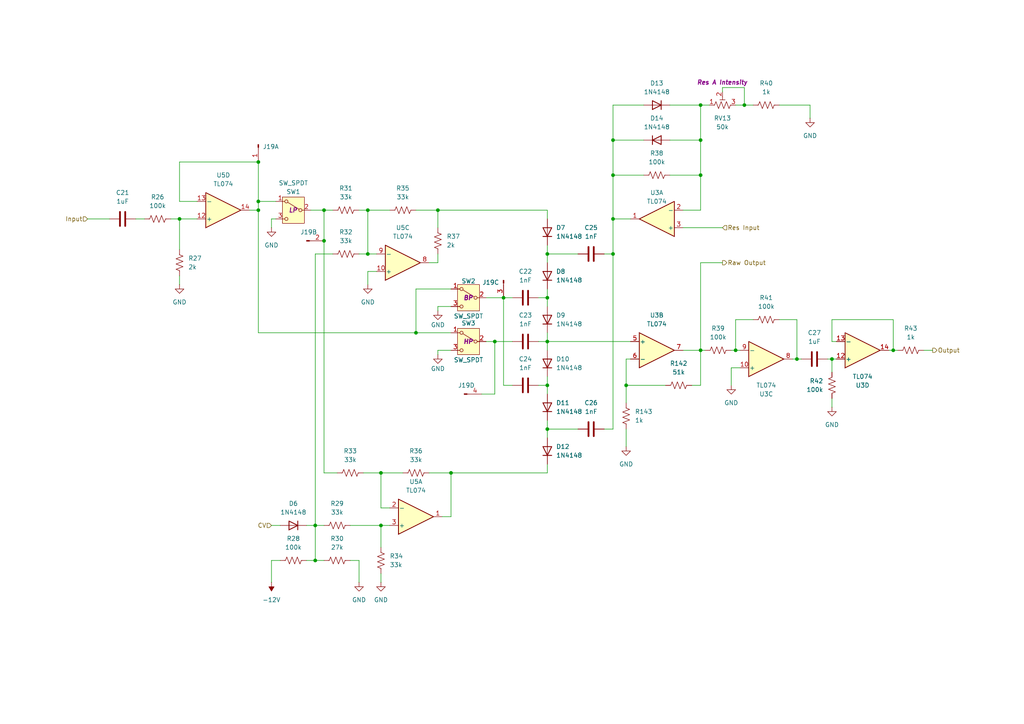
<source format=kicad_sch>
(kicad_sch (version 20250114) (generator "eeschema") (generator_version "9.0")
  (paper "A4")
  (title_block (company "DMH Instruments") (comment 1 "PCB for 15cm Kosmo format synthesizer module"))
  (lib_symbols
    (symbol "Amplifier_Operational:TL074" (pin_names (offset 0.127))
      (property "Reference" "U" (at 0 5.08 0))
      (property "Value" "TL074" (at 0 -5.08 0))
      (symbol "TL074_1_1"
        (polyline (pts (xy -5.08 5.08) (xy 5.08 0) (xy -5.08 -5.08) (xy -5.08 5.08)) (stroke (width 0.254)) (fill (type background)))
        (pin input line (at -7.62 2.54 0) (length 2.54) (name "+") (number "3"))
        (pin input line (at -7.62 -2.54 0) (length 2.54) (name "-") (number "2"))
        (pin output line (at 7.62 0 180) (length 2.54) (name "~") (number "1"))
      )
      (symbol "TL074_2_1"
        (polyline (pts (xy -5.08 5.08) (xy 5.08 0) (xy -5.08 -5.08) (xy -5.08 5.08)) (stroke (width 0.254)) (fill (type background)))
        (pin input line (at -7.62 2.54 0) (length 2.54) (name "+") (number "5"))
        (pin input line (at -7.62 -2.54 0) (length 2.54) (name "-") (number "6"))
        (pin output line (at 7.62 0 180) (length 2.54) (name "~") (number "7"))
      )
      (symbol "TL074_3_1"
        (polyline (pts (xy -5.08 5.08) (xy 5.08 0) (xy -5.08 -5.08) (xy -5.08 5.08)) (stroke (width 0.254)) (fill (type background)))
        (pin input line (at -7.62 2.54 0) (length 2.54) (name "+") (number "10"))
        (pin input line (at -7.62 -2.54 0) (length 2.54) (name "-") (number "9"))
        (pin output line (at 7.62 0 180) (length 2.54) (name "~") (number "8"))
      )
      (symbol "TL074_4_1"
        (polyline (pts (xy -5.08 5.08) (xy 5.08 0) (xy -5.08 -5.08) (xy -5.08 5.08)) (stroke (width 0.254)) (fill (type background)))
        (pin input line (at -7.62 2.54 0) (length 2.54) (name "+") (number "12"))
        (pin input line (at -7.62 -2.54 0) (length 2.54) (name "-") (number "13"))
        (pin output line (at 7.62 0 180) (length 2.54) (name "~") (number "14"))
      )
      (symbol "TL074_5_1"
        (pin power_in line (at -2.54 7.62 270) (length 3.81) (name "V+") (number "4"))
        (pin power_in line (at -2.54 -7.62 90) (length 3.81) (name "V-") (number "11"))
      )
    )
    (symbol "Device:C" (pin_numbers (hide yes)) (pin_names (offset 0.254))
      (property "Reference" "C" (at 0.635 2.54 0))
      (property "Value" "C" (at 0.635 -2.54 0))
      (symbol "C_0_1"
        (polyline (pts (xy -2.032 0.762) (xy 2.032 0.762)) (stroke (width 0.508)))
        (polyline (pts (xy -2.032 -0.762) (xy 2.032 -0.762)) (stroke (width 0.508)))
      )
      (symbol "C_1_1"
        (pin passive line (at 0 3.81 270) (length 2.794) (name "~") (number "1"))
        (pin passive line (at 0 -3.81 90) (length 2.794) (name "~") (number "2"))
      )
    )
    (symbol "Device:R_Potentiometer_Trim_US" (pin_names (offset 1.016) (hide yes))
      (property "Reference" "RV" (at -4.445 0 90))
      (property "Value" "R_Potentiometer_Trim_US" (at -2.54 0 90))
      (symbol "R_Potentiometer_Trim_US_0_1"
        (polyline (pts (xy 0 2.286) (xy 0 2.54)))
        (polyline (pts (xy 0 2.286) (xy 1.016 1.905) (xy 0 1.524) (xy -1.016 1.143) (xy 0 0.762)))
        (polyline (pts (xy 0 0.762) (xy 1.016 0.381) (xy 0 0) (xy -1.016 -0.381) (xy 0 -0.762)))
        (polyline (pts (xy 0 -0.762) (xy 1.016 -1.143) (xy 0 -1.524) (xy -1.016 -1.905) (xy 0 -2.286)))
        (polyline (pts (xy 0 -2.286) (xy 0 -2.54)))
        (polyline (pts (xy 1.524 0.762) (xy 1.524 -0.762)))
        (polyline (pts (xy 2.54 0) (xy 1.524 0)))
      )
      (symbol "R_Potentiometer_Trim_US_1_1"
        (pin passive line (at 0 3.81 270) (length 1.27) (name "1") (number "1"))
        (pin passive line (at 0 -3.81 90) (length 1.27) (name "3") (number "3"))
        (pin passive line (at 3.81 0 180) (length 1.27) (name "2") (number "2"))
      )
    )
    (symbol "Device:R_US" (pin_numbers (hide yes)) (pin_names (offset 0))
      (property "Reference" "R" (at 2.54 0 90))
      (property "Value" "R_US" (at -2.54 0 90))
      (symbol "R_US_0_1"
        (polyline (pts (xy 0 2.286) (xy 0 2.54)))
        (polyline (pts (xy 0 2.286) (xy 1.016 1.905) (xy 0 1.524) (xy -1.016 1.143) (xy 0 0.762)))
        (polyline (pts (xy 0 0.762) (xy 1.016 0.381) (xy 0 0) (xy -1.016 -0.381) (xy 0 -0.762)))
        (polyline (pts (xy 0 -0.762) (xy 1.016 -1.143) (xy 0 -1.524) (xy -1.016 -1.905) (xy 0 -2.286)))
        (polyline (pts (xy 0 -2.286) (xy 0 -2.54)))
      )
      (symbol "R_US_1_1"
        (pin passive line (at 0 3.81 270) (length 1.27) (name "~") (number "1"))
        (pin passive line (at 0 -3.81 90) (length 1.27) (name "~") (number "2"))
      )
    )
    (symbol "Diode:1N4148" (pin_numbers (hide yes)) (pin_names (hide yes))
      (property "Reference" "D" (at 0 2.54 0))
      (property "Value" "1N4148" (at 0 -2.54 0))
      (symbol "1N4148_0_1"
        (polyline (pts (xy -1.27 1.27) (xy -1.27 -1.27)) (stroke (width 0.254)))
        (polyline (pts (xy 1.27 1.27) (xy 1.27 -1.27) (xy -1.27 0) (xy 1.27 1.27)) (stroke (width 0.254)))
        (polyline (pts (xy 1.27 0) (xy -1.27 0)))
      )
      (symbol "1N4148_1_1"
        (pin passive line (at -3.81 0 0) (length 2.54) (name "K") (number "1"))
        (pin passive line (at 3.81 0 180) (length 2.54) (name "A") (number "2"))
      )
    )
    (symbol "Switch:SW_SPDT" (pin_names (offset 0) (hide yes))
      (property "Reference" "SW" (at 0 5.08 0))
      (property "Value" "SW_SPDT" (at 0 -5.08 0))
      (symbol "SW_SPDT_0_1"
        (circle (center -2.032 0) (radius 0.4572))
        (polyline (pts (xy -1.651 0.254) (xy 1.651 2.286)))
        (circle (center 2.032 2.54) (radius 0.4572))
        (circle (center 2.032 -2.54) (radius 0.4572))
      )
      (symbol "SW_SPDT_1_1"
        (rectangle (start -3.175 3.81) (end 3.175 -3.81) (fill (type background)))
        (pin passive line (at -5.08 0 0) (length 2.54) (name "B") (number "2"))
        (pin passive line (at 5.08 2.54 180) (length 2.54) (name "A") (number "1"))
        (pin passive line (at 5.08 -2.54 180) (length 2.54) (name "C") (number "3"))
      )
    )
    (symbol "SynthStuff:Conn_01x04_PinHeader" (pin_names (offset 1.016) (hide yes))
      (property "Reference" "J" (at 0 2.54 0))
      (symbol "Conn_01x04_PinHeader_1_1"
        (rectangle (start 0.8636 0.127) (end 0 -0.127) (stroke (width 0.1524)) (fill (type outline)))
        (polyline (pts (xy 1.27 0) (xy 0.8636 0)) (stroke (width 0.1524)))
        (pin passive line (at 5.08 0 180) (length 3.81) (name "Pin_1") (number "1"))
      )
      (symbol "Conn_01x04_PinHeader_2_1"
        (rectangle (start 0.8636 0.127) (end 0 -0.127) (stroke (width 0.1524)) (fill (type outline)))
        (polyline (pts (xy 1.27 0) (xy 0.8636 0)) (stroke (width 0.1524)))
        (pin passive line (at 5.08 0 180) (length 3.81) (name "Pin_2") (number "2"))
      )
      (symbol "Conn_01x04_PinHeader_3_1"
        (rectangle (start 0.8636 0.127) (end 0 -0.127) (stroke (width 0.1524)) (fill (type outline)))
        (polyline (pts (xy 1.27 0) (xy 0.8636 0)) (stroke (width 0.1524)))
        (pin passive line (at 5.08 0 180) (length 3.81) (name "Pin_3") (number "3"))
      )
      (symbol "Conn_01x04_PinHeader_4_1"
        (rectangle (start 0.8636 0.127) (end 0 -0.127) (stroke (width 0.1524)) (fill (type outline)))
        (polyline (pts (xy 1.27 0) (xy 0.8636 0)) (stroke (width 0.1524)))
        (pin passive line (at 5.08 0 180) (length 3.81) (name "Pin_4") (number "4"))
      )
    )
    (symbol "power:-12V" (power) (pin_numbers (hide yes)) (pin_names (offset 0) (hide yes))
      (property "Value" "-12V" (at 0 3.556 0))
      (symbol "-12V_0_0"
        (pin power_in line (at 0 0 90) (length 0) (name "~") (number "1"))
      )
      (symbol "-12V_0_1"
        (polyline (pts (xy 0 0) (xy 0 1.27) (xy 0.762 1.27) (xy 0 2.54) (xy -0.762 1.27) (xy 0 1.27)) (fill (type outline)))
      )
    )
    (symbol "power:GND" (power) (pin_numbers (hide yes)) (pin_names (offset 0) (hide yes))
      (property "Value" "GND" (at 0 -3.81 0))
      (symbol "GND_0_1"
        (polyline (pts (xy 0 0) (xy 0 -1.27) (xy 1.27 -1.27) (xy 0 -2.54) (xy -1.27 -1.27) (xy 0 -1.27)))
      )
      (symbol "GND_1_1"
        (pin power_in line (at 0 0 270) (length 0) (name "~") (number "1"))
      )
    )
  )
  (junction (at 110.49 137.16))
  (junction (at 74.93 58.42))
  (junction (at 213.36 101.6))
  (junction (at 241.3 104.14))
  (junction (at 177.8 63.5))
  (junction (at 110.49 152.4))
  (junction (at 231.14 104.14))
  (junction (at 259.08 101.6))
  (junction (at 177.8 50.8))
  (junction (at 177.8 40.64))
  (junction (at 106.68 73.66))
  (junction (at 52.07 63.5))
  (junction (at 203.2 30.48))
  (junction (at 74.93 60.96))
  (junction (at 74.93 46.99))
  (junction (at 130.81 137.16))
  (junction (at 181.61 111.76))
  (junction (at 93.98 60.96))
  (junction (at 158.75 124.46))
  (junction (at 203.2 40.64))
  (junction (at 158.75 99.06))
  (junction (at 158.75 73.66))
  (junction (at 158.75 111.76))
  (junction (at 143.51 99.06))
  (junction (at 93.98 69.85))
  (junction (at 91.44 152.4))
  (junction (at 203.2 101.6))
  (junction (at 177.8 73.66))
  (junction (at 146.05 86.36))
  (junction (at 120.65 96.52))
  (junction (at 203.2 50.8))
  (junction (at 106.68 60.96))
  (junction (at 91.44 162.56))
  (junction (at 215.9 30.48))
  (junction (at 158.75 86.36))
  (junction (at 127 60.96))
  (wire (pts (xy 203.2 30.48) (xy 205.74 30.48)))
  (wire (pts (xy 120.65 83.82) (xy 130.81 83.82)))
  (wire (pts (xy 181.61 111.76) (xy 181.61 116.84)))
  (wire (pts (xy 78.74 162.56) (xy 78.74 168.91)))
  (wire (pts (xy 106.68 60.96) (xy 106.68 73.66)))
  (wire (pts (xy 241.3 115.57) (xy 241.3 118.11)))
  (wire (pts (xy 156.21 111.76) (xy 158.75 111.76)))
  (wire (pts (xy 106.68 73.66) (xy 109.22 73.66)))
  (wire (pts (xy 130.81 96.52) (xy 120.65 96.52)))
  (wire (pts (xy 91.44 152.4) (xy 91.44 162.56)))
  (wire (pts (xy 52.07 63.5) (xy 57.15 63.5)))
  (wire (pts (xy 186.69 50.8) (xy 177.8 50.8)))
  (wire (pts (xy 259.08 101.6) (xy 257.81 101.6)))
  (wire (pts (xy 213.36 92.71) (xy 213.36 101.6)))
  (wire (pts (xy 130.81 149.86) (xy 128.27 149.86)))
  (wire (pts (xy 158.75 96.52) (xy 158.75 99.06)))
  (wire (pts (xy 175.26 124.46) (xy 177.8 124.46)))
  (wire (pts (xy 158.75 83.82) (xy 158.75 86.36)))
  (wire (pts (xy 231.14 104.14) (xy 232.41 104.14)))
  (wire (pts (xy 209.55 25.4) (xy 215.9 25.4)))
  (wire (pts (xy 130.81 137.16) (xy 130.81 149.86)))
  (wire (pts (xy 215.9 30.48) (xy 218.44 30.48)))
  (wire (pts (xy 158.75 111.76) (xy 158.75 114.3)))
  (wire (pts (xy 109.22 78.74) (xy 106.68 78.74)))
  (wire (pts (xy 104.14 162.56) (xy 104.14 168.91)))
  (wire (pts (xy 203.2 30.48) (xy 203.2 40.64)))
  (wire (pts (xy 203.2 40.64) (xy 203.2 50.8)))
  (wire (pts (xy 80.01 63.5) (xy 78.74 63.5)))
  (wire (pts (xy 120.65 96.52) (xy 120.65 83.82)))
  (wire (pts (xy 177.8 50.8) (xy 177.8 63.5)))
  (wire (pts (xy 241.3 104.14) (xy 242.57 104.14)))
  (wire (pts (xy 52.07 58.42) (xy 57.15 58.42)))
  (wire (pts (xy 212.09 101.6) (xy 213.36 101.6)))
  (wire (pts (xy 181.61 124.46) (xy 181.61 129.54)))
  (wire (pts (xy 240.03 104.14) (xy 241.3 104.14)))
  (wire (pts (xy 259.08 101.6) (xy 260.35 101.6)))
  (wire (pts (xy 72.39 60.96) (xy 74.93 60.96)))
  (wire (pts (xy 110.49 152.4) (xy 113.03 152.4)))
  (wire (pts (xy 140.97 99.06) (xy 143.51 99.06)))
  (wire (pts (xy 120.65 60.96) (xy 127 60.96)))
  (wire (pts (xy 181.61 111.76) (xy 193.04 111.76)))
  (wire (pts (xy 167.64 73.66) (xy 158.75 73.66)))
  (wire (pts (xy 231.14 92.71) (xy 231.14 104.14)))
  (wire (pts (xy 158.75 99.06) (xy 182.88 99.06)))
  (wire (pts (xy 182.88 63.5) (xy 177.8 63.5)))
  (wire (pts (xy 198.12 101.6) (xy 203.2 101.6)))
  (wire (pts (xy 146.05 86.36) (xy 146.05 111.76)))
  (wire (pts (xy 78.74 152.4) (xy 81.28 152.4)))
  (wire (pts (xy 156.21 86.36) (xy 158.75 86.36)))
  (wire (pts (xy 52.07 46.99) (xy 52.07 58.42)))
  (wire (pts (xy 229.87 104.14) (xy 231.14 104.14)))
  (wire (pts (xy 74.93 46.99) (xy 52.07 46.99)))
  (wire (pts (xy 241.3 104.14) (xy 241.3 107.95)))
  (wire (pts (xy 93.98 60.96) (xy 96.52 60.96)))
  (wire (pts (xy 203.2 101.6) (xy 204.47 101.6)))
  (wire (pts (xy 215.9 25.4) (xy 215.9 30.48)))
  (wire (pts (xy 213.36 101.6) (xy 214.63 101.6)))
  (wire (pts (xy 139.7 114.3) (xy 143.51 114.3)))
  (wire (pts (xy 181.61 104.14) (xy 181.61 111.76)))
  (wire (pts (xy 186.69 30.48) (xy 177.8 30.48)))
  (wire (pts (xy 127 88.9) (xy 130.81 88.9)))
  (wire (pts (xy 105.41 137.16) (xy 110.49 137.16)))
  (wire (pts (xy 74.93 58.42) (xy 74.93 46.99)))
  (wire (pts (xy 110.49 152.4) (xy 110.49 158.75)))
  (wire (pts (xy 218.44 92.71) (xy 213.36 92.71)))
  (wire (pts (xy 101.6 152.4) (xy 110.49 152.4)))
  (wire (pts (xy 234.95 30.48) (xy 234.95 34.29)))
  (wire (pts (xy 81.28 162.56) (xy 78.74 162.56)))
  (wire (pts (xy 127 90.17) (xy 127 88.9)))
  (wire (pts (xy 127 60.96) (xy 127 66.04)))
  (wire (pts (xy 158.75 137.16) (xy 130.81 137.16)))
  (wire (pts (xy 146.05 111.76) (xy 148.59 111.76)))
  (wire (pts (xy 203.2 60.96) (xy 198.12 60.96)))
  (wire (pts (xy 214.63 106.68) (xy 212.09 106.68)))
  (wire (pts (xy 158.75 60.96) (xy 127 60.96)))
  (wire (pts (xy 91.44 152.4) (xy 93.98 152.4)))
  (wire (pts (xy 226.06 92.71) (xy 231.14 92.71)))
  (wire (pts (xy 127 101.6) (xy 127 102.87)))
  (wire (pts (xy 158.75 86.36) (xy 158.75 88.9)))
  (wire (pts (xy 267.97 101.6) (xy 270.51 101.6)))
  (wire (pts (xy 177.8 73.66) (xy 177.8 124.46)))
  (wire (pts (xy 213.36 30.48) (xy 215.9 30.48)))
  (wire (pts (xy 106.68 60.96) (xy 113.03 60.96)))
  (wire (pts (xy 226.06 30.48) (xy 234.95 30.48)))
  (wire (pts (xy 124.46 76.2) (xy 127 76.2)))
  (wire (pts (xy 104.14 60.96) (xy 106.68 60.96)))
  (wire (pts (xy 88.9 162.56) (xy 91.44 162.56)))
  (wire (pts (xy 140.97 86.36) (xy 146.05 86.36)))
  (wire (pts (xy 158.75 99.06) (xy 158.75 101.6)))
  (wire (pts (xy 110.49 137.16) (xy 116.84 137.16)))
  (wire (pts (xy 181.61 104.14) (xy 182.88 104.14)))
  (wire (pts (xy 91.44 162.56) (xy 93.98 162.56)))
  (wire (pts (xy 203.2 101.6) (xy 203.2 111.76)))
  (wire (pts (xy 156.21 99.06) (xy 158.75 99.06)))
  (wire (pts (xy 49.53 63.5) (xy 52.07 63.5)))
  (wire (pts (xy 242.57 99.06) (xy 241.3 99.06)))
  (wire (pts (xy 127 76.2) (xy 127 73.66)))
  (wire (pts (xy 110.49 137.16) (xy 110.49 147.32)))
  (wire (pts (xy 177.8 63.5) (xy 177.8 73.66)))
  (wire (pts (xy 194.31 30.48) (xy 203.2 30.48)))
  (wire (pts (xy 158.75 109.22) (xy 158.75 111.76)))
  (wire (pts (xy 91.44 73.66) (xy 91.44 152.4)))
  (wire (pts (xy 90.17 60.96) (xy 93.98 60.96)))
  (wire (pts (xy 96.52 73.66) (xy 91.44 73.66)))
  (wire (pts (xy 124.46 137.16) (xy 130.81 137.16)))
  (wire (pts (xy 241.3 92.71) (xy 259.08 92.71)))
  (wire (pts (xy 194.31 50.8) (xy 203.2 50.8)))
  (wire (pts (xy 175.26 73.66) (xy 177.8 73.66)))
  (wire (pts (xy 186.69 40.64) (xy 177.8 40.64)))
  (wire (pts (xy 78.74 63.5) (xy 78.74 66.04)))
  (wire (pts (xy 143.51 114.3) (xy 143.51 99.06)))
  (wire (pts (xy 74.93 96.52) (xy 120.65 96.52)))
  (wire (pts (xy 101.6 162.56) (xy 104.14 162.56)))
  (wire (pts (xy 52.07 80.01) (xy 52.07 82.55)))
  (wire (pts (xy 39.37 63.5) (xy 41.91 63.5)))
  (wire (pts (xy 158.75 63.5) (xy 158.75 60.96)))
  (wire (pts (xy 148.59 86.36) (xy 146.05 86.36)))
  (wire (pts (xy 177.8 30.48) (xy 177.8 40.64)))
  (wire (pts (xy 93.98 137.16) (xy 97.79 137.16)))
  (wire (pts (xy 177.8 40.64) (xy 177.8 50.8)))
  (wire (pts (xy 158.75 73.66) (xy 158.75 76.2)))
  (wire (pts (xy 74.93 60.96) (xy 74.93 58.42)))
  (wire (pts (xy 106.68 78.74) (xy 106.68 82.55)))
  (wire (pts (xy 110.49 166.37) (xy 110.49 168.91)))
  (wire (pts (xy 52.07 63.5) (xy 52.07 72.39)))
  (wire (pts (xy 198.12 66.04) (xy 209.55 66.04)))
  (wire (pts (xy 241.3 99.06) (xy 241.3 92.71)))
  (wire (pts (xy 200.66 111.76) (xy 203.2 111.76)))
  (wire (pts (xy 25.4 63.5) (xy 31.75 63.5)))
  (wire (pts (xy 158.75 121.92) (xy 158.75 124.46)))
  (wire (pts (xy 158.75 71.12) (xy 158.75 73.66)))
  (wire (pts (xy 259.08 92.71) (xy 259.08 101.6)))
  (wire (pts (xy 130.81 101.6) (xy 127 101.6)))
  (wire (pts (xy 104.14 73.66) (xy 106.68 73.66)))
  (wire (pts (xy 158.75 134.62) (xy 158.75 137.16)))
  (wire (pts (xy 110.49 147.32) (xy 113.03 147.32)))
  (wire (pts (xy 143.51 99.06) (xy 148.59 99.06)))
  (wire (pts (xy 158.75 124.46) (xy 158.75 127)))
  (wire (pts (xy 203.2 50.8) (xy 203.2 60.96)))
  (wire (pts (xy 74.93 60.96) (xy 74.93 96.52)))
  (wire (pts (xy 88.9 152.4) (xy 91.44 152.4)))
  (wire (pts (xy 194.31 40.64) (xy 203.2 40.64)))
  (wire (pts (xy 93.98 60.96) (xy 93.98 69.85)))
  (wire (pts (xy 93.98 69.85) (xy 93.98 137.16)))
  (wire (pts (xy 209.55 26.67) (xy 209.55 25.4)))
  (wire (pts (xy 158.75 124.46) (xy 167.64 124.46)))
  (wire (pts (xy 74.93 58.42) (xy 80.01 58.42)))
  (wire (pts (xy 203.2 76.2) (xy 209.55 76.2)))
  (wire (pts (xy 212.09 106.68) (xy 212.09 111.76)))
  (wire (pts (xy 203.2 76.2) (xy 203.2 101.6)))
  (hierarchical_label "CV" (shape input) (at 78.74 152.4 180))
  (hierarchical_label "Raw Output" (shape output) (at 209.55 76.2 0))
  (hierarchical_label "Input" (shape input) (at 25.4 63.5 180))
  (hierarchical_label "Output" (shape output) (at 270.51 101.6 0))
  (hierarchical_label "Res Input" (shape input) (at 209.55 66.04 0))
  (symbol (lib_id "Device:C") (at 152.4 111.76 90) (unit 1)
    (property "Reference" "C24" (at 152.4 104.14 90))
    (property "Value" "1nF" (at 152.4 106.68 90))
    (property "Footprint" "Capacitor_THT:C_Disc_D4.3mm_W1.9mm_P5.00mm" (effects (hide yes)))
    (property "Description" "Unpolarized capacitor" (effects (hide yes)))
  )
  (symbol (lib_id "Amplifier_Operational:TL074") (at 250.19 101.6 0) (mirror x) (unit 4)
    (property "Reference" "U3" (at 250.19 111.76 0))
    (property "Value" "TL074" (at 250.19 109.22 0))
    (property "Footprint" "Package_DIP:DIP-14_W7.62mm_Socket" (effects (hide yes)))
    (property "Datasheet" "http://www.ti.com/lit/ds/symlink/tl071.pdf" (effects (hide yes)))
    (property "Description" "Quad Low-Noise JFET-Input Operational Amplifiers, DIP-14/SOIC-14" (effects (hide yes)))
  )
  (symbol (lib_id "Diode:1N4148") (at 85.09 152.4 180) (unit 1)
    (property "Reference" "D6" (at 85.09 146.05 0))
    (property "Value" "1N4148" (at 85.09 148.59 0))
    (property "Footprint" "Diode_THT:D_DO-35_SOD27_P7.62mm_Horizontal" (effects (hide yes)))
    (property "Datasheet" "https://assets.nexperia.com/documents/data-sheet/1N4148_1N4448.pdf" (effects (hide yes)))
    (property "Description" "100V 0.15A standard switching diode, DO-35" (effects (hide yes)))
    (property "Sim.Device" "D" (effects (hide yes)))
    (property "Sim.Pins" "1=K 2=A" (effects (hide yes)))
  )
  (symbol (lib_id "Amplifier_Operational:TL074") (at 64.77 60.96 0) (mirror x) (unit 4)
    (property "Reference" "U5" (at 64.77 50.8 0))
    (property "Value" "TL074" (at 64.77 53.34 0))
    (property "Footprint" "Package_DIP:DIP-14_W7.62mm_Socket" (effects (hide yes)))
    (property "Datasheet" "http://www.ti.com/lit/ds/symlink/tl071.pdf" (effects (hide yes)))
    (property "Description" "Quad Low-Noise JFET-Input Operational Amplifiers, DIP-14/SOIC-14" (effects (hide yes)))
  )
  (symbol (lib_id "power:GND") (at 78.74 66.04 0) (unit 1)
    (property "Reference" "#PWR033" (effects (hide yes)))
    (property "Value" "GND" (at 78.74 71.12 0))
    (property "Description" "Power symbol creates a global label with name \"GND\" , ground" (effects (hide yes)))
  )
  (symbol (lib_id "power:GND") (at 106.68 82.55 0) (unit 1)
    (property "Reference" "#PWR036" (effects (hide yes)))
    (property "Value" "GND" (at 106.68 87.63 0))
    (property "Description" "Power symbol creates a global label with name \"GND\" , ground" (effects (hide yes)))
  )
  (symbol (lib_id "Device:R_US") (at 85.09 162.56 90) (unit 1)
    (property "Reference" "R28" (at 85.09 156.21 90))
    (property "Value" "100k" (at 85.09 158.75 90))
    (property "Footprint" "Resistor_THT:R_Axial_DIN0207_L6.3mm_D2.5mm_P7.62mm_Horizontal" (effects (hide yes)))
    (property "Description" "Resistor, US symbol" (effects (hide yes)))
  )
  (symbol (lib_id "power:GND") (at 234.95 34.29 0) (unit 1)
    (property "Reference" "#PWR041" (effects (hide yes)))
    (property "Value" "GND" (at 234.95 39.37 0))
    (property "Description" "Power symbol creates a global label with name \"GND\" , ground" (effects (hide yes)))
  )
  (symbol (lib_id "Device:C") (at 236.22 104.14 90) (unit 1)
    (property "Reference" "C27" (at 236.22 96.52 90))
    (property "Value" "1uF" (at 236.22 99.06 90))
    (property "Footprint" "Capacitor_THT:C_Disc_D4.3mm_W1.9mm_P5.00mm" (effects (hide yes)))
    (property "Description" "Unpolarized capacitor" (effects (hide yes)))
  )
  (symbol (lib_id "SynthStuff:Conn_01x04_PinHeader") (at 146.05 81.28 270) (unit 3)
    (property "Reference" "J19" (at 144.78 81.9149 90) (effects (justify right)))
    (property "Value" "Conn_01x04_PinHeader" (effects (hide yes)))
    (property "Footprint" "Connector_PinHeader_2.54mm:PinHeader_1x04_P2.54mm_Vertical" (effects (hide yes)))
    (property "Description" "Generic connector, single row, 01x04" (effects (hide yes)))
  )
  (symbol (lib_id "Device:R_US") (at 222.25 92.71 90) (unit 1)
    (property "Reference" "R41" (at 222.25 86.36 90))
    (property "Value" "100k" (at 222.25 88.9 90))
    (property "Footprint" "Resistor_THT:R_Axial_DIN0207_L6.3mm_D2.5mm_P7.62mm_Horizontal" (effects (hide yes)))
    (property "Description" "Resistor, US symbol" (effects (hide yes)))
  )
  (symbol (lib_id "power:GND") (at 110.49 168.91 0) (unit 1)
    (property "Reference" "#PWR037" (effects (hide yes)))
    (property "Value" "GND" (at 110.49 173.99 0))
    (property "Description" "Power symbol creates a global label with name \"GND\" , ground" (effects (hide yes)))
  )
  (symbol (lib_id "Diode:1N4148") (at 158.75 67.31 90) (unit 1)
    (property "Reference" "D7" (at 161.29 66.0399 90) (effects (justify right)))
    (property "Value" "1N4148" (at 161.29 68.5799 90) (effects (justify right)))
    (property "Footprint" "Diode_THT:D_DO-35_SOD27_P7.62mm_Horizontal" (effects (hide yes)))
    (property "Datasheet" "https://assets.nexperia.com/documents/data-sheet/1N4148_1N4448.pdf" (effects (hide yes)))
    (property "Description" "100V 0.15A standard switching diode, DO-35" (effects (hide yes)))
    (property "Sim.Device" "D" (effects (hide yes)))
    (property "Sim.Pins" "1=K 2=A" (effects (hide yes)))
  )
  (symbol (lib_id "Device:R_US") (at 100.33 60.96 90) (unit 1)
    (property "Reference" "R31" (at 100.33 54.61 90))
    (property "Value" "33k" (at 100.33 57.15 90))
    (property "Footprint" "Resistor_THT:R_Axial_DIN0207_L6.3mm_D2.5mm_P7.62mm_Horizontal" (effects (hide yes)))
    (property "Description" "Resistor, US symbol" (effects (hide yes)))
  )
  (symbol (lib_id "Switch:SW_SPDT") (at 135.89 86.36 0) (mirror y) (unit 1) (on_board no)
    (property "Reference" "SW2" (at 135.89 81.534 0))
    (property "Value" "SW_SPDT" (at 135.89 91.694 0))
    (property "Footprint" "SynthStuff:Toggle_Switch_TE" (effects (hide yes)))
    (property "Description" "Switch, single pole double throw" (effects (hide yes)))
    (property "Function" "BP" (at 135.89 86.36 0) (effects (font (thickness 0.254) (bold yes) (italic yes))))
  )
  (symbol (lib_id "power:-12V") (at 78.74 168.91 180) (unit 1)
    (property "Reference" "#PWR034" (effects (hide yes)))
    (property "Value" "-12V" (at 78.74 173.99 0))
    (property "Description" "Power symbol creates a global label with name \"-12V\"" (effects (hide yes)))
  )
  (symbol (lib_id "Amplifier_Operational:TL074") (at 222.25 104.14 0) (mirror x) (unit 3)
    (property "Reference" "U3" (at 222.25 114.3 0))
    (property "Value" "TL074" (at 222.25 111.76 0))
    (property "Footprint" "Package_DIP:DIP-14_W7.62mm_Socket" (effects (hide yes)))
    (property "Datasheet" "http://www.ti.com/lit/ds/symlink/tl071.pdf" (effects (hide yes)))
    (property "Description" "Quad Low-Noise JFET-Input Operational Amplifiers, DIP-14/SOIC-14" (effects (hide yes)))
  )
  (symbol (lib_id "Amplifier_Operational:TL074") (at 116.84 76.2 0) (mirror x) (unit 3)
    (property "Reference" "U5" (at 116.84 66.04 0))
    (property "Value" "TL074" (at 116.84 68.58 0))
    (property "Footprint" "Package_DIP:DIP-14_W7.62mm_Socket" (effects (hide yes)))
    (property "Datasheet" "http://www.ti.com/lit/ds/symlink/tl071.pdf" (effects (hide yes)))
    (property "Description" "Quad Low-Noise JFET-Input Operational Amplifiers, DIP-14/SOIC-14" (effects (hide yes)))
  )
  (symbol (lib_id "Device:C") (at 152.4 99.06 90) (unit 1)
    (property "Reference" "C23" (at 152.4 91.44 90))
    (property "Value" "1nF" (at 152.4 93.98 90))
    (property "Footprint" "Capacitor_THT:C_Disc_D4.3mm_W1.9mm_P5.00mm" (effects (hide yes)))
    (property "Description" "Unpolarized capacitor" (effects (hide yes)))
  )
  (symbol (lib_id "SynthStuff:Conn_01x04_PinHeader") (at 74.93 41.91 270) (unit 1)
    (property "Reference" "J19" (at 76.2 42.5449 90) (effects (justify left)))
    (property "Value" "Conn_01x04_PinHeader" (effects (hide yes)))
    (property "Footprint" "Connector_PinHeader_2.54mm:PinHeader_1x04_P2.54mm_Vertical" (effects (hide yes)))
    (property "Description" "Generic connector, single row, 01x04" (effects (hide yes)))
  )
  (symbol (lib_id "Amplifier_Operational:TL074") (at 190.5 63.5 180) (unit 1)
    (property "Reference" "U3" (at 190.5 55.88 0))
    (property "Value" "TL074" (at 190.5 58.42 0))
    (property "Footprint" "Package_DIP:DIP-14_W7.62mm_Socket" (effects (hide yes)))
    (property "Datasheet" "http://www.ti.com/lit/ds/symlink/tl071.pdf" (effects (hide yes)))
    (property "Description" "Quad Low-Noise JFET-Input Operational Amplifiers, DIP-14/SOIC-14" (effects (hide yes)))
  )
  (symbol (lib_id "Switch:SW_SPDT") (at 85.09 60.96 0) (mirror y) (unit 1) (on_board no)
    (property "Reference" "SW1" (at 85.09 55.626 0))
    (property "Value" "SW_SPDT" (at 85.09 53.086 0))
    (property "Footprint" "SynthStuff:Toggle_Switch_TE" (effects (hide yes)))
    (property "Description" "Switch, single pole double throw" (effects (hide yes)))
    (property "Function" "LP" (at 85.09 60.96 0) (effects (font (thickness 0.254) (bold yes) (italic yes))))
  )
  (symbol (lib_id "Device:R_US") (at 208.28 101.6 90) (unit 1)
    (property "Reference" "R39" (at 208.28 95.25 90))
    (property "Value" "100k" (at 208.28 97.79 90))
    (property "Footprint" "Resistor_THT:R_Axial_DIN0207_L6.3mm_D2.5mm_P7.62mm_Horizontal" (effects (hide yes)))
    (property "Description" "Resistor, US symbol" (effects (hide yes)))
  )
  (symbol (lib_id "Device:C") (at 171.45 73.66 90) (unit 1)
    (property "Reference" "C25" (at 171.45 66.04 90))
    (property "Value" "1nF" (at 171.45 68.58 90))
    (property "Footprint" "Capacitor_THT:C_Disc_D4.3mm_W1.9mm_P5.00mm" (effects (hide yes)))
    (property "Description" "Unpolarized capacitor" (effects (hide yes)))
  )
  (symbol (lib_id "Device:R_US") (at 97.79 152.4 90) (unit 1)
    (property "Reference" "R29" (at 97.79 146.05 90))
    (property "Value" "33k" (at 97.79 148.59 90))
    (property "Footprint" "Resistor_THT:R_Axial_DIN0207_L6.3mm_D2.5mm_P7.62mm_Horizontal" (effects (hide yes)))
    (property "Description" "Resistor, US symbol" (effects (hide yes)))
  )
  (symbol (lib_id "Device:R_US") (at 181.61 120.65 180) (unit 1)
    (property "Reference" "R143" (at 184.15 119.3799 0) (effects (justify right)))
    (property "Value" "1k" (at 184.15 121.9199 0) (effects (justify right)))
    (property "Footprint" "Resistor_THT:R_Axial_DIN0207_L6.3mm_D2.5mm_P7.62mm_Horizontal" (effects (hide yes)))
    (property "Description" "Resistor, US symbol" (effects (hide yes)))
  )
  (symbol (lib_id "Device:C") (at 171.45 124.46 90) (unit 1)
    (property "Reference" "C26" (at 171.45 116.84 90))
    (property "Value" "1nF" (at 171.45 119.38 90))
    (property "Footprint" "Capacitor_THT:C_Disc_D4.3mm_W1.9mm_P5.00mm" (effects (hide yes)))
    (property "Description" "Unpolarized capacitor" (effects (hide yes)))
  )
  (symbol (lib_id "Device:R_US") (at 110.49 162.56 180) (unit 1)
    (property "Reference" "R34" (at 113.03 161.2899 0) (effects (justify right)))
    (property "Value" "33k" (at 113.03 163.8299 0) (effects (justify right)))
    (property "Footprint" "Resistor_THT:R_Axial_DIN0207_L6.3mm_D2.5mm_P7.62mm_Horizontal" (effects (hide yes)))
    (property "Description" "Resistor, US symbol" (effects (hide yes)))
  )
  (symbol (lib_id "power:GND") (at 52.07 82.55 0) (unit 1)
    (property "Reference" "#PWR032" (effects (hide yes)))
    (property "Value" "GND" (at 52.07 87.63 0))
    (property "Description" "Power symbol creates a global label with name \"GND\" , ground" (effects (hide yes)))
  )
  (symbol (lib_id "power:GND") (at 127 102.87 0) (unit 1)
    (property "Reference" "#PWR039" (effects (hide yes)))
    (property "Value" "GND" (at 127 106.934 0))
    (property "Description" "Power symbol creates a global label with name \"GND\" , ground" (effects (hide yes)))
  )
  (symbol (lib_id "Device:C") (at 35.56 63.5 90) (unit 1)
    (property "Reference" "C21" (at 35.56 55.88 90))
    (property "Value" "1uF" (at 35.56 58.42 90))
    (property "Footprint" "Capacitor_THT:C_Disc_D4.3mm_W1.9mm_P5.00mm" (effects (hide yes)))
    (property "Description" "Unpolarized capacitor" (effects (hide yes)))
  )
  (symbol (lib_id "power:GND") (at 127 90.17 0) (unit 1)
    (property "Reference" "#PWR038" (effects (hide yes)))
    (property "Value" "GND" (at 127 94.234 0))
    (property "Description" "Power symbol creates a global label with name \"GND\" , ground" (effects (hide yes)))
  )
  (symbol (lib_id "Device:C") (at 152.4 86.36 90) (unit 1)
    (property "Reference" "C22" (at 152.4 78.74 90))
    (property "Value" "1nF" (at 152.4 81.28 90))
    (property "Footprint" "Capacitor_THT:C_Disc_D4.3mm_W1.9mm_P5.00mm" (effects (hide yes)))
    (property "Description" "Unpolarized capacitor" (effects (hide yes)))
  )
  (symbol (lib_id "Device:R_Potentiometer_Trim_US") (at 209.55 30.48 90) (unit 1)
    (property "Reference" "RV13" (at 209.55 34.29 90))
    (property "Value" "50k" (at 209.55 36.83 90))
    (property "Footprint" "Potentiometer_THT:Potentiometer_Bourns_3296W_Vertical" (effects (hide yes)))
    (property "Description" "Trim-potentiometer, US symbol" (effects (hide yes)))
    (property "Function" "Res A Intensity" (at 209.55 23.876 90) (effects (font (thickness 0.254) (bold yes) (italic yes))))
  )
  (symbol (lib_id "power:GND") (at 241.3 118.11 0) (unit 1)
    (property "Reference" "#PWR042" (effects (hide yes)))
    (property "Value" "GND" (at 241.3 123.19 0))
    (property "Description" "Power symbol creates a global label with name \"GND\" , ground" (effects (hide yes)))
  )
  (symbol (lib_id "Device:R_US") (at 196.85 111.76 90) (unit 1)
    (property "Reference" "R142" (at 196.85 105.41 90))
    (property "Value" "51k" (at 196.85 107.95 90))
    (property "Footprint" "Resistor_THT:R_Axial_DIN0207_L6.3mm_D2.5mm_P7.62mm_Horizontal" (effects (hide yes)))
    (property "Description" "Resistor, US symbol" (effects (hide yes)))
  )
  (symbol (lib_id "Device:R_US") (at 97.79 162.56 90) (unit 1)
    (property "Reference" "R30" (at 97.79 156.21 90))
    (property "Value" "27k" (at 97.79 158.75 90))
    (property "Footprint" "Resistor_THT:R_Axial_DIN0207_L6.3mm_D2.5mm_P7.62mm_Horizontal" (effects (hide yes)))
    (property "Description" "Resistor, US symbol" (effects (hide yes)))
  )
  (symbol (lib_id "Device:R_US") (at 127 69.85 180) (unit 1)
    (property "Reference" "R37" (at 129.54 68.5799 0) (effects (justify right)))
    (property "Value" "2k" (at 129.54 71.1199 0) (effects (justify right)))
    (property "Footprint" "Resistor_THT:R_Axial_DIN0207_L6.3mm_D2.5mm_P7.62mm_Horizontal" (effects (hide yes)))
    (property "Description" "Resistor, US symbol" (effects (hide yes)))
  )
  (symbol (lib_id "Amplifier_Operational:TL074") (at 120.65 149.86 0) (mirror x) (unit 1)
    (property "Reference" "U5" (at 120.65 139.7 0))
    (property "Value" "TL074" (at 120.65 142.24 0))
    (property "Footprint" "Package_DIP:DIP-14_W7.62mm_Socket" (effects (hide yes)))
    (property "Datasheet" "http://www.ti.com/lit/ds/symlink/tl071.pdf" (effects (hide yes)))
    (property "Description" "Quad Low-Noise JFET-Input Operational Amplifiers, DIP-14/SOIC-14" (effects (hide yes)))
  )
  (symbol (lib_id "Device:R_US") (at 100.33 73.66 90) (unit 1)
    (property "Reference" "R32" (at 100.33 67.31 90))
    (property "Value" "33k" (at 100.33 69.85 90))
    (property "Footprint" "Resistor_THT:R_Axial_DIN0207_L6.3mm_D2.5mm_P7.62mm_Horizontal" (effects (hide yes)))
    (property "Description" "Resistor, US symbol" (effects (hide yes)))
  )
  (symbol (lib_id "Device:R_US") (at 101.6 137.16 90) (unit 1)
    (property "Reference" "R33" (at 101.6 130.81 90))
    (property "Value" "33k" (at 101.6 133.35 90))
    (property "Footprint" "Resistor_THT:R_Axial_DIN0207_L6.3mm_D2.5mm_P7.62mm_Horizontal" (effects (hide yes)))
    (property "Description" "Resistor, US symbol" (effects (hide yes)))
  )
  (symbol (lib_id "Device:R_US") (at 116.84 60.96 90) (unit 1)
    (property "Reference" "R35" (at 116.84 54.61 90))
    (property "Value" "33k" (at 116.84 57.15 90))
    (property "Footprint" "Resistor_THT:R_Axial_DIN0207_L6.3mm_D2.5mm_P7.62mm_Horizontal" (effects (hide yes)))
    (property "Description" "Resistor, US symbol" (effects (hide yes)))
  )
  (symbol (lib_id "Diode:1N4148") (at 158.75 92.71 90) (unit 1)
    (property "Reference" "D9" (at 161.29 91.4399 90) (effects (justify right)))
    (property "Value" "1N4148" (at 161.29 93.9799 90) (effects (justify right)))
    (property "Footprint" "Diode_THT:D_DO-35_SOD27_P7.62mm_Horizontal" (effects (hide yes)))
    (property "Datasheet" "https://assets.nexperia.com/documents/data-sheet/1N4148_1N4448.pdf" (effects (hide yes)))
    (property "Description" "100V 0.15A standard switching diode, DO-35" (effects (hide yes)))
    (property "Sim.Device" "D" (effects (hide yes)))
    (property "Sim.Pins" "1=K 2=A" (effects (hide yes)))
  )
  (symbol (lib_id "Diode:1N4148") (at 158.75 118.11 90) (unit 1)
    (property "Reference" "D11" (at 161.29 116.8399 90) (effects (justify right)))
    (property "Value" "1N4148" (at 161.29 119.3799 90) (effects (justify right)))
    (property "Footprint" "Diode_THT:D_DO-35_SOD27_P7.62mm_Horizontal" (effects (hide yes)))
    (property "Datasheet" "https://assets.nexperia.com/documents/data-sheet/1N4148_1N4448.pdf" (effects (hide yes)))
    (property "Description" "100V 0.15A standard switching diode, DO-35" (effects (hide yes)))
    (property "Sim.Device" "D" (effects (hide yes)))
    (property "Sim.Pins" "1=K 2=A" (effects (hide yes)))
  )
  (symbol (lib_id "power:GND") (at 104.14 168.91 0) (unit 1)
    (property "Reference" "#PWR035" (effects (hide yes)))
    (property "Value" "GND" (at 104.14 173.99 0))
    (property "Description" "Power symbol creates a global label with name \"GND\" , ground" (effects (hide yes)))
  )
  (symbol (lib_id "Device:R_US") (at 45.72 63.5 90) (unit 1)
    (property "Reference" "R26" (at 45.72 57.15 90))
    (property "Value" "100k" (at 45.72 59.69 90))
    (property "Footprint" "Resistor_THT:R_Axial_DIN0207_L6.3mm_D2.5mm_P7.62mm_Horizontal" (effects (hide yes)))
    (property "Description" "Resistor, US symbol" (effects (hide yes)))
  )
  (symbol (lib_id "Diode:1N4148") (at 158.75 105.41 90) (unit 1)
    (property "Reference" "D10" (at 161.29 104.1399 90) (effects (justify right)))
    (property "Value" "1N4148" (at 161.29 106.6799 90) (effects (justify right)))
    (property "Footprint" "Diode_THT:D_DO-35_SOD27_P7.62mm_Horizontal" (effects (hide yes)))
    (property "Datasheet" "https://assets.nexperia.com/documents/data-sheet/1N4148_1N4448.pdf" (effects (hide yes)))
    (property "Description" "100V 0.15A standard switching diode, DO-35" (effects (hide yes)))
    (property "Sim.Device" "D" (effects (hide yes)))
    (property "Sim.Pins" "1=K 2=A" (effects (hide yes)))
  )
  (symbol (lib_id "Device:R_US") (at 120.65 137.16 90) (unit 1)
    (property "Reference" "R36" (at 120.65 130.81 90))
    (property "Value" "33k" (at 120.65 133.35 90))
    (property "Footprint" "Resistor_THT:R_Axial_DIN0207_L6.3mm_D2.5mm_P7.62mm_Horizontal" (effects (hide yes)))
    (property "Description" "Resistor, US symbol" (effects (hide yes)))
  )
  (symbol (lib_id "power:GND") (at 181.61 129.54 0) (unit 1)
    (property "Reference" "#PWR0109" (effects (hide yes)))
    (property "Value" "GND" (at 181.61 134.62 0))
    (property "Description" "Power symbol creates a global label with name \"GND\" , ground" (effects (hide yes)))
  )
  (symbol (lib_id "power:GND") (at 212.09 111.76 0) (unit 1)
    (property "Reference" "#PWR040" (effects (hide yes)))
    (property "Value" "GND" (at 212.09 116.84 0))
    (property "Description" "Power symbol creates a global label with name \"GND\" , ground" (effects (hide yes)))
  )
  (symbol (lib_id "Diode:1N4148") (at 190.5 40.64 0) (unit 1)
    (property "Reference" "D14" (at 190.5 34.29 0))
    (property "Value" "1N4148" (at 190.5 36.83 0))
    (property "Footprint" "Diode_THT:D_DO-35_SOD27_P7.62mm_Horizontal" (effects (hide yes)))
    (property "Datasheet" "https://assets.nexperia.com/documents/data-sheet/1N4148_1N4448.pdf" (effects (hide yes)))
    (property "Description" "100V 0.15A standard switching diode, DO-35" (effects (hide yes)))
    (property "Sim.Device" "D" (effects (hide yes)))
    (property "Sim.Pins" "1=K 2=A" (effects (hide yes)))
  )
  (symbol (lib_id "Device:R_US") (at 241.3 111.76 0) (mirror x) (unit 1)
    (property "Reference" "R42" (at 238.76 110.4899 0) (effects (justify right)))
    (property "Value" "100k" (at 238.76 113.0299 0) (effects (justify right)))
    (property "Footprint" "Resistor_THT:R_Axial_DIN0207_L6.3mm_D2.5mm_P7.62mm_Horizontal" (effects (hide yes)))
    (property "Description" "Resistor, US symbol" (effects (hide yes)))
  )
  (symbol (lib_id "Diode:1N4148") (at 158.75 80.01 90) (unit 1)
    (property "Reference" "D8" (at 161.29 78.7399 90) (effects (justify right)))
    (property "Value" "1N4148" (at 161.29 81.2799 90) (effects (justify right)))
    (property "Footprint" "Diode_THT:D_DO-35_SOD27_P7.62mm_Horizontal" (effects (hide yes)))
    (property "Datasheet" "https://assets.nexperia.com/documents/data-sheet/1N4148_1N4448.pdf" (effects (hide yes)))
    (property "Description" "100V 0.15A standard switching diode, DO-35" (effects (hide yes)))
    (property "Sim.Device" "D" (effects (hide yes)))
    (property "Sim.Pins" "1=K 2=A" (effects (hide yes)))
  )
  (symbol (lib_id "Device:R_US") (at 52.07 76.2 180) (unit 1)
    (property "Reference" "R27" (at 54.61 74.9299 0) (effects (justify right)))
    (property "Value" "2k" (at 54.61 77.4699 0) (effects (justify right)))
    (property "Footprint" "Resistor_THT:R_Axial_DIN0207_L6.3mm_D2.5mm_P7.62mm_Horizontal" (effects (hide yes)))
    (property "Description" "Resistor, US symbol" (effects (hide yes)))
  )
  (symbol (lib_id "Amplifier_Operational:TL074") (at 190.5 101.6 0) (unit 2)
    (property "Reference" "U3" (at 190.5 91.44 0))
    (property "Value" "TL074" (at 190.5 93.98 0))
    (property "Footprint" "Package_DIP:DIP-14_W7.62mm_Socket" (effects (hide yes)))
    (property "Datasheet" "http://www.ti.com/lit/ds/symlink/tl071.pdf" (effects (hide yes)))
    (property "Description" "Quad Low-Noise JFET-Input Operational Amplifiers, DIP-14/SOIC-14" (effects (hide yes)))
  )
  (symbol (lib_id "Switch:SW_SPDT") (at 135.89 99.06 0) (mirror y) (unit 1) (on_board no)
    (property "Reference" "SW3" (at 135.89 93.726 0))
    (property "Value" "SW_SPDT" (at 135.89 104.394 0))
    (property "Footprint" "SynthStuff:Toggle_Switch_TE" (effects (hide yes)))
    (property "Description" "Switch, single pole double throw" (effects (hide yes)))
    (property "Function" "HP" (at 135.89 99.06 0) (effects (font (thickness 0.254) (bold yes) (italic yes))))
  )
  (symbol (lib_id "Diode:1N4148") (at 158.75 130.81 90) (unit 1)
    (property "Reference" "D12" (at 161.29 129.5399 90) (effects (justify right)))
    (property "Value" "1N4148" (at 161.29 132.0799 90) (effects (justify right)))
    (property "Footprint" "Diode_THT:D_DO-35_SOD27_P7.62mm_Horizontal" (effects (hide yes)))
    (property "Datasheet" "https://assets.nexperia.com/documents/data-sheet/1N4148_1N4448.pdf" (effects (hide yes)))
    (property "Description" "100V 0.15A standard switching diode, DO-35" (effects (hide yes)))
    (property "Sim.Device" "D" (effects (hide yes)))
    (property "Sim.Pins" "1=K 2=A" (effects (hide yes)))
  )
  (symbol (lib_id "Device:R_US") (at 264.16 101.6 90) (unit 1)
    (property "Reference" "R43" (at 264.16 95.25 90))
    (property "Value" "1k" (at 264.16 97.79 90))
    (property "Footprint" "Resistor_THT:R_Axial_DIN0207_L6.3mm_D2.5mm_P7.62mm_Horizontal" (effects (hide yes)))
    (property "Description" "Resistor, US symbol" (effects (hide yes)))
  )
  (symbol (lib_id "Diode:1N4148") (at 190.5 30.48 180) (unit 1)
    (property "Reference" "D13" (at 190.5 24.13 0))
    (property "Value" "1N4148" (at 190.5 26.67 0))
    (property "Footprint" "Diode_THT:D_DO-35_SOD27_P7.62mm_Horizontal" (effects (hide yes)))
    (property "Datasheet" "https://assets.nexperia.com/documents/data-sheet/1N4148_1N4448.pdf" (effects (hide yes)))
    (property "Description" "100V 0.15A standard switching diode, DO-35" (effects (hide yes)))
    (property "Sim.Device" "D" (effects (hide yes)))
    (property "Sim.Pins" "1=K 2=A" (effects (hide yes)))
  )
  (symbol (lib_id "SynthStuff:Conn_01x04_PinHeader") (at 134.62 114.3 0) (mirror x) (unit 4)
    (property "Reference" "J19" (at 135.255 111.76 0))
    (property "Value" "Conn_01x04_PinHeader" (effects (hide yes)))
    (property "Footprint" "Connector_PinHeader_2.54mm:PinHeader_1x04_P2.54mm_Vertical" (effects (hide yes)))
    (property "Description" "Generic connector, single row, 01x04" (effects (hide yes)))
  )
  (symbol (lib_id "Device:R_US") (at 222.25 30.48 90) (unit 1)
    (property "Reference" "R40" (at 222.25 24.13 90))
    (property "Value" "1k" (at 222.25 26.67 90))
    (property "Footprint" "Resistor_THT:R_Axial_DIN0207_L6.3mm_D2.5mm_P7.62mm_Horizontal" (effects (hide yes)))
    (property "Description" "Resistor, US symbol" (effects (hide yes)))
  )
  (symbol (lib_id "Device:R_US") (at 190.5 50.8 90) (unit 1)
    (property "Reference" "R38" (at 190.5 44.45 90))
    (property "Value" "100k" (at 190.5 46.99 90))
    (property "Footprint" "Resistor_THT:R_Axial_DIN0207_L6.3mm_D2.5mm_P7.62mm_Horizontal" (effects (hide yes)))
    (property "Description" "Resistor, US symbol" (effects (hide yes)))
  )
  (symbol (lib_id "SynthStuff:Conn_01x04_PinHeader") (at 88.9 69.85 0) (unit 2)
    (property "Reference" "J19" (at 89.535 67.31 0))
    (property "Value" "Conn_01x04_PinHeader" (effects (hide yes)))
    (property "Footprint" "Connector_PinHeader_2.54mm:PinHeader_1x04_P2.54mm_Vertical" (effects (hide yes)))
    (property "Description" "Generic connector, single row, 01x04" (effects (hide yes)))
  )
)
</source>
